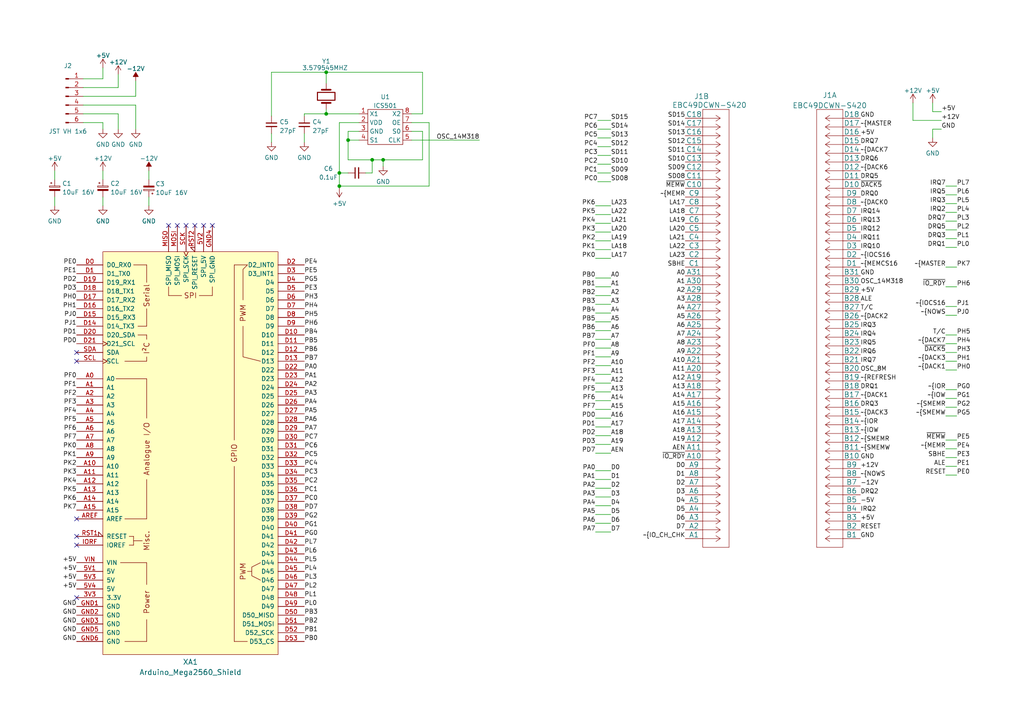
<source format=kicad_sch>
(kicad_sch (version 20211123) (generator eeschema)
  (paper "A4")
  (lib_symbols
    (symbol "Connector:Conn_01x06_Male" (pin_names (offset 1.016) hide)
      (property "Reference" "J" (at 0 7.62 0))
      (property "Value" "Conn_01x06_Male" (at 0 -10.16 0))
      (symbol "Conn_01x06_Male_1_1"
        (pin passive line (at 5.08 5.08 180) (length 3.81) (name "Pin_1") (number "1"))
        (pin passive line (at 5.08 2.54 180) (length 3.81) (name "Pin_2") (number "2"))
        (pin passive line (at 5.08 0 180) (length 3.81) (name "Pin_3") (number "3"))
        (pin passive line (at 5.08 -2.54 180) (length 3.81) (name "Pin_4") (number "4"))
        (pin passive line (at 5.08 -5.08 180) (length 3.81) (name "Pin_5") (number "5"))
        (pin passive line (at 5.08 -7.62 180) (length 3.81) (name "Pin_6") (number "6"))
      )
    )
    (symbol "Device:C_Polarized_Small" (pin_numbers hide) (pin_names (offset 0.254) hide)
      (property "Reference" "C" (at 0.254 1.778 0))
      (property "Value" "C_Polarized_Small" (at 0.254 -2.032 0))
      (symbol "C_Polarized_Small_1_1"
        (pin passive line (at 0 2.54 270) (length 1.8542) (name "~") (number "1"))
        (pin passive line (at 0 -2.54 90) (length 1.8542) (name "~") (number "2"))
      )
    )
    (symbol "Device:C_Small" (pin_numbers hide) (pin_names (offset 0.254) hide)
      (property "Reference" "C" (at 0.254 1.778 0))
      (property "Value" "C_Small" (at 0.254 -2.032 0))
      (symbol "C_Small_1_1"
        (pin passive line (at 0 2.54 270) (length 2.032) (name "~") (number "1"))
        (pin passive line (at 0 -2.54 90) (length 2.032) (name "~") (number "2"))
      )
    )
    (symbol "Device:Crystal" (pin_numbers hide) (pin_names (offset 1.016) hide)
      (property "Reference" "Y" (at 0 3.81 0))
      (property "Value" "Crystal" (at 0 -3.81 0))
      (symbol "Crystal_1_1"
        (pin passive line (at -3.81 0 0) (length 1.27) (name "1") (number "1"))
        (pin passive line (at 3.81 0 180) (length 1.27) (name "2") (number "2"))
      )
    )
    (symbol "EBC49DCWN-S420_1" (pin_numbers hide) (pin_names (offset 0))
      (property "Reference" "J" (at 8.89 6.35 0))
      (property "Value" "EBC49DCWN-S420_1" (at 6.35 8.89 0))
      (symbol "EBC49DCWN-S420_1_1_1"
        (pin unspecified line (at 0 0 0) (length 5.08) (name "D18") (number "1"))
        (pin unspecified line (at 0 -22.86 0) (length 5.08) (name "D9") (number "10"))
        (pin unspecified line (at 0 -25.4 0) (length 5.08) (name "D8") (number "11"))
        (pin unspecified line (at 0 -27.94 0) (length 5.08) (name "D7") (number "12"))
        (pin unspecified line (at 0 -30.48 0) (length 5.08) (name "D6") (number "13"))
        (pin unspecified line (at 0 -33.02 0) (length 5.08) (name "D5") (number "14"))
        (pin unspecified line (at 0 -35.56 0) (length 5.08) (name "D4") (number "15"))
        (pin unspecified line (at 0 -38.1 0) (length 5.08) (name "D3") (number "16"))
        (pin unspecified line (at 0 -40.64 0) (length 5.08) (name "D2") (number "17"))
        (pin unspecified line (at 0 -43.18 0) (length 5.08) (name "D1") (number "18"))
        (pin unspecified line (at 0 -45.72 0) (length 5.08) (name "B31") (number "19"))
        (pin unspecified line (at 0 -2.54 0) (length 5.08) (name "D17") (number "2"))
        (pin unspecified line (at 0 -48.26 0) (length 5.08) (name "B30") (number "20"))
        (pin unspecified line (at 0 -50.8 0) (length 5.08) (name "B29") (number "21"))
        (pin unspecified line (at 0 -53.34 0) (length 5.08) (name "B28") (number "22"))
        (pin unspecified line (at 0 -55.88 0) (length 5.08) (name "B27") (number "23"))
        (pin unspecified line (at 0 -58.42 0) (length 5.08) (name "B26") (number "24"))
        (pin unspecified line (at 0 -60.96 0) (length 5.08) (name "B25") (number "25"))
        (pin unspecified line (at 0 -63.5 0) (length 5.08) (name "B24") (number "26"))
        (pin unspecified line (at 0 -66.04 0) (length 5.08) (name "B23") (number "27"))
        (pin unspecified line (at 0 -68.58 0) (length 5.08) (name "B22") (number "28"))
        (pin unspecified line (at 0 -71.12 0) (length 5.08) (name "B21") (number "29"))
        (pin unspecified line (at 0 -5.08 0) (length 5.08) (name "D16") (number "3"))
        (pin unspecified line (at 0 -73.66 0) (length 5.08) (name "B20") (number "30"))
        (pin unspecified line (at 0 -76.2 0) (length 5.08) (name "B19") (number "31"))
        (pin unspecified line (at 0 -78.74 0) (length 5.08) (name "B18") (number "32"))
        (pin unspecified line (at 0 -81.28 0) (length 5.08) (name "B17") (number "33"))
        (pin unspecified line (at 0 -83.82 0) (length 5.08) (name "B16") (number "34"))
        (pin unspecified line (at 0 -86.36 0) (length 5.08) (name "B15") (number "35"))
        (pin unspecified line (at 0 -88.9 0) (length 5.08) (name "B14") (number "36"))
        (pin unspecified line (at 0 -91.44 0) (length 5.08) (name "B13") (number "37"))
        (pin unspecified line (at 0 -93.98 0) (length 5.08) (name "B12") (number "38"))
        (pin unspecified line (at 0 -96.52 0) (length 5.08) (name "B11") (number "39"))
        (pin unspecified line (at 0 -7.62 0) (length 5.08) (name "D15") (number "4"))
        (pin unspecified line (at 0 -99.06 0) (length 5.08) (name "B10") (number "40"))
        (pin unspecified line (at 0 -101.6 0) (length 5.08) (name "B9") (number "41"))
        (pin unspecified line (at 0 -104.14 0) (length 5.08) (name "B8") (number "42"))
        (pin unspecified line (at 0 -106.68 0) (length 5.08) (name "B7") (number "43"))
        (pin unspecified line (at 0 -109.22 0) (length 5.08) (name "B6") (number "44"))
        (pin unspecified line (at 0 -111.76 0) (length 5.08) (name "B5") (number "45"))
        (pin unspecified line (at 0 -114.3 0) (length 5.08) (name "B4") (number "46"))
        (pin unspecified line (at 0 -116.84 0) (length 5.08) (name "B3") (number "47"))
        (pin unspecified line (at 0 -119.38 0) (length 5.08) (name "B2") (number "48"))
        (pin unspecified line (at 0 -121.92 0) (length 5.08) (name "B1") (number "49"))
        (pin unspecified line (at 0 -10.16 0) (length 5.08) (name "D14") (number "5"))
        (pin unspecified line (at 0 -12.7 0) (length 5.08) (name "D13") (number "6"))
        (pin unspecified line (at 0 -15.24 0) (length 5.08) (name "D12") (number "7"))
        (pin unspecified line (at 0 -17.78 0) (length 5.08) (name "D11") (number "8"))
        (pin unspecified line (at 0 -20.32 0) (length 5.08) (name "D10") (number "9"))
      )
      (symbol "EBC49DCWN-S420_1_2_1"
        (pin unspecified line (at 0 0 0) (length 5.08) (name "C18") (number "50"))
        (pin unspecified line (at 0 -2.54 0) (length 5.08) (name "C17") (number "51"))
        (pin unspecified line (at 0 -5.08 0) (length 5.08) (name "C16") (number "52"))
        (pin unspecified line (at 0 -7.62 0) (length 5.08) (name "C15") (number "53"))
        (pin unspecified line (at 0 -10.16 0) (length 5.08) (name "C14") (number "54"))
        (pin unspecified line (at 0 -12.7 0) (length 5.08) (name "C13") (number "55"))
        (pin unspecified line (at 0 -15.24 0) (length 5.08) (name "C12") (number "56"))
        (pin unspecified line (at 0 -17.78 0) (length 5.08) (name "C11") (number "57"))
        (pin unspecified line (at 0 -20.32 0) (length 5.08) (name "C10") (number "58"))
        (pin unspecified line (at 0 -22.86 0) (length 5.08) (name "C9") (number "59"))
        (pin unspecified line (at 0 -25.4 0) (length 5.08) (name "C8") (number "60"))
        (pin unspecified line (at 0 -27.94 0) (length 5.08) (name "C7") (number "61"))
        (pin unspecified line (at 0 -30.48 0) (length 5.08) (name "C6") (number "62"))
        (pin unspecified line (at 0 -33.02 0) (length 5.08) (name "C5") (number "63"))
        (pin unspecified line (at 0 -35.56 0) (length 5.08) (name "C4") (number "64"))
        (pin unspecified line (at 0 -38.1 0) (length 5.08) (name "C3") (number "65"))
        (pin unspecified line (at 0 -40.64 0) (length 5.08) (name "C2") (number "66"))
        (pin unspecified line (at 0 -43.18 0) (length 5.08) (name "C1") (number "67"))
        (pin unspecified line (at 0 -45.72 0) (length 5.08) (name "A31") (number "68"))
        (pin unspecified line (at 0 -48.26 0) (length 5.08) (name "A30") (number "69"))
        (pin unspecified line (at 0 -50.8 0) (length 5.08) (name "A29") (number "70"))
        (pin unspecified line (at 0 -53.34 0) (length 5.08) (name "A28") (number "71"))
        (pin unspecified line (at 0 -55.88 0) (length 5.08) (name "A27") (number "72"))
        (pin unspecified line (at 0 -58.42 0) (length 5.08) (name "A26") (number "73"))
        (pin unspecified line (at 0 -60.96 0) (length 5.08) (name "A25") (number "74"))
        (pin unspecified line (at 0 -63.5 0) (length 5.08) (name "A24") (number "75"))
        (pin unspecified line (at 0 -66.04 0) (length 5.08) (name "A23") (number "76"))
        (pin unspecified line (at 0 -68.58 0) (length 5.08) (name "A22") (number "77"))
        (pin unspecified line (at 0 -71.12 0) (length 5.08) (name "A21") (number "78"))
        (pin unspecified line (at 0 -73.66 0) (length 5.08) (name "A20") (number "79"))
        (pin unspecified line (at 0 -76.2 0) (length 5.08) (name "A19") (number "80"))
        (pin unspecified line (at 0 -78.74 0) (length 5.08) (name "A18") (number "81"))
        (pin unspecified line (at 0 -81.28 0) (length 5.08) (name "A17") (number "82"))
        (pin unspecified line (at 0 -83.82 0) (length 5.08) (name "A16") (number "83"))
        (pin unspecified line (at 0 -86.36 0) (length 5.08) (name "A15") (number "84"))
        (pin unspecified line (at 0 -88.9 0) (length 5.08) (name "A14") (number "85"))
        (pin unspecified line (at 0 -91.44 0) (length 5.08) (name "A13") (number "86"))
        (pin unspecified line (at 0 -93.98 0) (length 5.08) (name "A12") (number "87"))
        (pin unspecified line (at 0 -96.52 0) (length 5.08) (name "A11") (number "88"))
        (pin unspecified line (at 0 -99.06 0) (length 5.08) (name "A10") (number "89"))
        (pin unspecified line (at 0 -101.6 0) (length 5.08) (name "A9") (number "90"))
        (pin unspecified line (at 0 -104.14 0) (length 5.08) (name "A8") (number "91"))
        (pin unspecified line (at 0 -106.68 0) (length 5.08) (name "A7") (number "92"))
        (pin unspecified line (at 0 -109.22 0) (length 5.08) (name "A6") (number "93"))
        (pin unspecified line (at 0 -111.76 0) (length 5.08) (name "A5") (number "94"))
        (pin unspecified line (at 0 -114.3 0) (length 5.08) (name "A4") (number "95"))
        (pin unspecified line (at 0 -116.84 0) (length 5.08) (name "A3") (number "96"))
        (pin unspecified line (at 0 -119.38 0) (length 5.08) (name "A2") (number "97"))
        (pin unspecified line (at 0 -121.92 0) (length 5.08) (name "A1") (number "98"))
      )
    )
    (symbol "PCM_arduino-library:Arduino_Mega2560_Shield" (pin_names (offset 1.016))
      (property "Reference" "XA" (at 0 -62.23 0))
      (property "Value" "Arduino_Mega2560_Shield" (at 0 -66.04 0))
      (symbol "Arduino_Mega2560_Shield_0_0"
        (text "Analogue I/O" (at -12.7 1.27 900) (effects (font (size 1.524 1.524))))
        (text "I²C" (at -12.7 30.48 900) (effects (font (size 1.524 1.524))))
        (text "Misc." (at -12.7 -25.4 900) (effects (font (size 1.524 1.524))))
        (text "Power" (at -12.7 -43.18 900) (effects (font (size 1.524 1.524))))
        (text "PWM" (at 15.24 -34.29 900) (effects (font (size 1.524 1.524))))
        (text "PWM" (at 15.24 40.64 900) (effects (font (size 1.524 1.524))))
        (text "Serial" (at -12.7 45.72 900) (effects (font (size 1.524 1.524))))
        (text "SPI" (at 0 45.72 0) (effects (font (size 1.524 1.524))))
      )
      (symbol "Arduino_Mega2560_Shield_1_0"
        (text "GPIO" (at 12.7 0 900) (effects (font (size 1.524 1.524))))
      )
      (symbol "Arduino_Mega2560_Shield_1_1"
        (pin power_out line (at -33.02 -41.91 0) (length 7.62) (name "3.3V") (number "3V3"))
        (pin power_in line (at -33.02 -34.29 0) (length 7.62) (name "5V") (number "5V1"))
        (pin power_in line (at 3.81 66.04 270) (length 7.62) (name "SPI_5V") (number "5V2"))
        (pin power_in line (at -33.02 -36.83 0) (length 7.62) (name "5V") (number "5V3"))
        (pin power_in line (at -33.02 -39.37 0) (length 7.62) (name "5V") (number "5V4"))
        (pin bidirectional line (at -33.02 21.59 0) (length 7.62) (name "A0") (number "A0"))
        (pin bidirectional line (at -33.02 19.05 0) (length 7.62) (name "A1") (number "A1"))
        (pin bidirectional line (at -33.02 -3.81 0) (length 7.62) (name "A10") (number "A10"))
        (pin bidirectional line (at -33.02 -6.35 0) (length 7.62) (name "A11") (number "A11"))
        (pin bidirectional line (at -33.02 -8.89 0) (length 7.62) (name "A12") (number "A12"))
        (pin bidirectional line (at -33.02 -11.43 0) (length 7.62) (name "A13") (number "A13"))
        (pin bidirectional line (at -33.02 -13.97 0) (length 7.62) (name "A14") (number "A14"))
        (pin bidirectional line (at -33.02 -16.51 0) (length 7.62) (name "A15") (number "A15"))
        (pin bidirectional line (at -33.02 16.51 0) (length 7.62) (name "A2") (number "A2"))
        (pin bidirectional line (at -33.02 13.97 0) (length 7.62) (name "A3") (number "A3"))
        (pin bidirectional line (at -33.02 11.43 0) (length 7.62) (name "A4") (number "A4"))
        (pin bidirectional line (at -33.02 8.89 0) (length 7.62) (name "A5") (number "A5"))
        (pin bidirectional line (at -33.02 6.35 0) (length 7.62) (name "A6") (number "A6"))
        (pin bidirectional line (at -33.02 3.81 0) (length 7.62) (name "A7") (number "A7"))
        (pin bidirectional line (at -33.02 1.27 0) (length 7.62) (name "A8") (number "A8"))
        (pin bidirectional line (at -33.02 -1.27 0) (length 7.62) (name "A9") (number "A9"))
        (pin input line (at -33.02 -19.05 0) (length 7.62) (name "AREF") (number "AREF"))
        (pin bidirectional line (at -33.02 54.61 0) (length 7.62) (name "D0_RX0") (number "D0"))
        (pin bidirectional line (at -33.02 52.07 0) (length 7.62) (name "D1_TX0") (number "D1"))
        (pin bidirectional line (at 33.02 34.29 180) (length 7.62) (name "D10") (number "D10"))
        (pin bidirectional line (at 33.02 31.75 180) (length 7.62) (name "D11") (number "D11"))
        (pin bidirectional line (at 33.02 29.21 180) (length 7.62) (name "D12") (number "D12"))
        (pin bidirectional line (at 33.02 26.67 180) (length 7.62) (name "D13") (number "D13"))
        (pin bidirectional line (at -33.02 36.83 0) (length 7.62) (name "D14_TX3") (number "D14"))
        (pin bidirectional line (at -33.02 39.37 0) (length 7.62) (name "D15_RX3") (number "D15"))
        (pin bidirectional line (at -33.02 41.91 0) (length 7.62) (name "D16_TX2") (number "D16"))
        (pin bidirectional line (at -33.02 44.45 0) (length 7.62) (name "D17_RX2") (number "D17"))
        (pin bidirectional line (at -33.02 46.99 0) (length 7.62) (name "D18_TX1") (number "D18"))
        (pin bidirectional line (at -33.02 49.53 0) (length 7.62) (name "D19_RX1") (number "D19"))
        (pin bidirectional line (at 33.02 54.61 180) (length 7.62) (name "D2_INT0") (number "D2"))
        (pin bidirectional line (at -33.02 34.29 0) (length 7.62) (name "D20_SDA") (number "D20"))
        (pin bidirectional clock (at -33.02 31.75 0) (length 7.62) (name "D21_SCL") (number "D21"))
        (pin bidirectional line (at 33.02 24.13 180) (length 7.62) (name "D22") (number "D22"))
        (pin bidirectional line (at 33.02 21.59 180) (length 7.62) (name "D23") (number "D23"))
        (pin bidirectional line (at 33.02 19.05 180) (length 7.62) (name "D24") (number "D24"))
        (pin bidirectional line (at 33.02 16.51 180) (length 7.62) (name "D25") (number "D25"))
        (pin bidirectional line (at 33.02 13.97 180) (length 7.62) (name "D26") (number "D26"))
        (pin bidirectional line (at 33.02 11.43 180) (length 7.62) (name "D27") (number "D27"))
        (pin bidirectional line (at 33.02 8.89 180) (length 7.62) (name "D28") (number "D28"))
        (pin bidirectional line (at 33.02 6.35 180) (length 7.62) (name "D29") (number "D29"))
        (pin bidirectional line (at 33.02 52.07 180) (length 7.62) (name "D3_INT1") (number "D3"))
        (pin bidirectional line (at 33.02 3.81 180) (length 7.62) (name "D30") (number "D30"))
        (pin bidirectional line (at 33.02 1.27 180) (length 7.62) (name "D31") (number "D31"))
        (pin bidirectional line (at 33.02 -1.27 180) (length 7.62) (name "D32") (number "D32"))
        (pin bidirectional line (at 33.02 -3.81 180) (length 7.62) (name "D33") (number "D33"))
        (pin bidirectional line (at 33.02 -6.35 180) (length 7.62) (name "D34") (number "D34"))
        (pin bidirectional line (at 33.02 -8.89 180) (length 7.62) (name "D35") (number "D35"))
        (pin bidirectional line (at 33.02 -11.43 180) (length 7.62) (name "D36") (number "D36"))
        (pin bidirectional line (at 33.02 -13.97 180) (length 7.62) (name "D37") (number "D37"))
        (pin bidirectional line (at 33.02 -16.51 180) (length 7.62) (name "D38") (number "D38"))
        (pin bidirectional line (at 33.02 -19.05 180) (length 7.62) (name "D39") (number "D39"))
        (pin bidirectional line (at 33.02 49.53 180) (length 7.62) (name "D4") (number "D4"))
        (pin bidirectional line (at 33.02 -21.59 180) (length 7.62) (name "D40") (number "D40"))
        (pin bidirectional line (at 33.02 -24.13 180) (length 7.62) (name "D41") (number "D41"))
        (pin bidirectional line (at 33.02 -26.67 180) (length 7.62) (name "D42") (number "D42"))
        (pin bidirectional line (at 33.02 -29.21 180) (length 7.62) (name "D43") (number "D43"))
        (pin bidirectional line (at 33.02 -31.75 180) (length 7.62) (name "D44") (number "D44"))
        (pin bidirectional line (at 33.02 -34.29 180) (length 7.62) (name "D45") (number "D45"))
        (pin bidirectional line (at 33.02 -36.83 180) (length 7.62) (name "D46") (number "D46"))
        (pin bidirectional line (at 33.02 -39.37 180) (length 7.62) (name "D47") (number "D47"))
        (pin bidirectional line (at 33.02 -41.91 180) (length 7.62) (name "D48") (number "D48"))
        (pin bidirectional line (at 33.02 -44.45 180) (length 7.62) (name "D49") (number "D49"))
        (pin bidirectional line (at 33.02 46.99 180) (length 7.62) (name "D5") (number "D5"))
        (pin bidirectional line (at 33.02 -46.99 180) (length 7.62) (name "D50_MISO") (number "D50"))
        (pin bidirectional line (at 33.02 -49.53 180) (length 7.62) (name "D51_MOSI") (number "D51"))
        (pin bidirectional line (at 33.02 -52.07 180) (length 7.62) (name "D52_SCK") (number "D52"))
        (pin bidirectional line (at 33.02 -54.61 180) (length 7.62) (name "D53_CS") (number "D53"))
        (pin bidirectional line (at 33.02 44.45 180) (length 7.62) (name "D6") (number "D6"))
        (pin bidirectional line (at 33.02 41.91 180) (length 7.62) (name "D7") (number "D7"))
        (pin bidirectional line (at 33.02 39.37 180) (length 7.62) (name "D8") (number "D8"))
        (pin bidirectional line (at 33.02 36.83 180) (length 7.62) (name "D9") (number "D9"))
        (pin power_in line (at -33.02 -44.45 0) (length 7.62) (name "GND") (number "GND1"))
        (pin power_in line (at -33.02 -46.99 0) (length 7.62) (name "GND") (number "GND2"))
        (pin power_in line (at -33.02 -49.53 0) (length 7.62) (name "GND") (number "GND3"))
        (pin power_in line (at 6.35 66.04 270) (length 7.62) (name "SPI_GND") (number "GND4"))
        (pin power_in line (at -33.02 -52.07 0) (length 7.62) (name "GND") (number "GND5"))
        (pin power_in line (at -33.02 -54.61 0) (length 7.62) (name "GND") (number "GND6"))
        (pin output line (at -33.02 -26.67 0) (length 7.62) (name "IOREF") (number "IORF"))
        (pin input line (at -6.35 66.04 270) (length 7.62) (name "SPI_MISO") (number "MISO"))
        (pin output line (at -3.81 66.04 270) (length 7.62) (name "SPI_MOSI") (number "MOSI"))
        (pin open_collector input_low (at -33.02 -24.13 0) (length 7.62) (name "RESET") (number "RST1"))
        (pin open_collector input_low (at 1.27 66.04 270) (length 7.62) (name "SPI_RESET") (number "RST2"))
        (pin output clock (at -1.27 66.04 270) (length 7.62) (name "SPI_SCK") (number "SCK"))
        (pin bidirectional clock (at -33.02 26.67 0) (length 7.62) (name "SCL") (number "SCL"))
        (pin bidirectional line (at -33.02 29.21 0) (length 7.62) (name "SDA") (number "SDA"))
        (pin power_in line (at -33.02 -31.75 0) (length 7.62) (name "VIN") (number "VIN"))
      )
    )
    (symbol "arduino-mega-isa-shield:EBC49DCWN-S420" (pin_numbers hide) (pin_names (offset 0))
      (property "Reference" "J" (at 8.89 6.35 0))
      (property "Value" "EBC49DCWN-S420" (at 6.35 8.89 0))
      (symbol "EBC49DCWN-S420_1_1"
        (pin unspecified line (at 0 0 0) (length 5.08) (name "D18") (number "1"))
        (pin unspecified line (at 0 -22.86 0) (length 5.08) (name "D9") (number "10"))
        (pin unspecified line (at 0 -25.4 0) (length 5.08) (name "D8") (number "11"))
        (pin unspecified line (at 0 -27.94 0) (length 5.08) (name "D7") (number "12"))
        (pin unspecified line (at 0 -30.48 0) (length 5.08) (name "D6") (number "13"))
        (pin unspecified line (at 0 -33.02 0) (length 5.08) (name "D5") (number "14"))
        (pin unspecified line (at 0 -35.56 0) (length 5.08) (name "D4") (number "15"))
        (pin unspecified line (at 0 -38.1 0) (length 5.08) (name "D3") (number "16"))
        (pin unspecified line (at 0 -40.64 0) (length 5.08) (name "D2") (number "17"))
        (pin unspecified line (at 0 -43.18 0) (length 5.08) (name "D1") (number "18"))
        (pin unspecified line (at 0 -45.72 0) (length 5.08) (name "B31") (number "19"))
        (pin unspecified line (at 0 -2.54 0) (length 5.08) (name "D17") (number "2"))
        (pin unspecified line (at 0 -48.26 0) (length 5.08) (name "B30") (number "20"))
        (pin unspecified line (at 0 -50.8 0) (length 5.08) (name "B29") (number "21"))
        (pin unspecified line (at 0 -53.34 0) (length 5.08) (name "B28") (number "22"))
        (pin unspecified line (at 0 -55.88 0) (length 5.08) (name "B27") (number "23"))
        (pin unspecified line (at 0 -58.42 0) (length 5.08) (name "B26") (number "24"))
        (pin unspecified line (at 0 -60.96 0) (length 5.08) (name "B25") (number "25"))
        (pin unspecified line (at 0 -63.5 0) (length 5.08) (name "B24") (number "26"))
        (pin unspecified line (at 0 -66.04 0) (length 5.08) (name "B23") (number "27"))
        (pin unspecified line (at 0 -68.58 0) (length 5.08) (name "B22") (number "28"))
        (pin unspecified line (at 0 -71.12 0) (length 5.08) (name "B21") (number "29"))
        (pin unspecified line (at 0 -5.08 0) (length 5.08) (name "D16") (number "3"))
        (pin unspecified line (at 0 -73.66 0) (length 5.08) (name "B20") (number "30"))
        (pin unspecified line (at 0 -76.2 0) (length 5.08) (name "B19") (number "31"))
        (pin unspecified line (at 0 -78.74 0) (length 5.08) (name "B18") (number "32"))
        (pin unspecified line (at 0 -81.28 0) (length 5.08) (name "B17") (number "33"))
        (pin unspecified line (at 0 -83.82 0) (length 5.08) (name "B16") (number "34"))
        (pin unspecified line (at 0 -86.36 0) (length 5.08) (name "B15") (number "35"))
        (pin unspecified line (at 0 -88.9 0) (length 5.08) (name "B14") (number "36"))
        (pin unspecified line (at 0 -91.44 0) (length 5.08) (name "B13") (number "37"))
        (pin unspecified line (at 0 -93.98 0) (length 5.08) (name "B12") (number "38"))
        (pin unspecified line (at 0 -96.52 0) (length 5.08) (name "B11") (number "39"))
        (pin unspecified line (at 0 -7.62 0) (length 5.08) (name "D15") (number "4"))
        (pin unspecified line (at 0 -99.06 0) (length 5.08) (name "B10") (number "40"))
        (pin unspecified line (at 0 -101.6 0) (length 5.08) (name "B9") (number "41"))
        (pin unspecified line (at 0 -104.14 0) (length 5.08) (name "B8") (number "42"))
        (pin unspecified line (at 0 -106.68 0) (length 5.08) (name "B7") (number "43"))
        (pin unspecified line (at 0 -109.22 0) (length 5.08) (name "B6") (number "44"))
        (pin unspecified line (at 0 -111.76 0) (length 5.08) (name "B5") (number "45"))
        (pin unspecified line (at 0 -114.3 0) (length 5.08) (name "B4") (number "46"))
        (pin unspecified line (at 0 -116.84 0) (length 5.08) (name "B3") (number "47"))
        (pin unspecified line (at 0 -119.38 0) (length 5.08) (name "B2") (number "48"))
        (pin unspecified line (at 0 -121.92 0) (length 5.08) (name "B1") (number "49"))
        (pin unspecified line (at 0 -10.16 0) (length 5.08) (name "D14") (number "5"))
        (pin unspecified line (at 0 -12.7 0) (length 5.08) (name "D13") (number "6"))
        (pin unspecified line (at 0 -15.24 0) (length 5.08) (name "D12") (number "7"))
        (pin unspecified line (at 0 -17.78 0) (length 5.08) (name "D11") (number "8"))
        (pin unspecified line (at 0 -20.32 0) (length 5.08) (name "D10") (number "9"))
      )
      (symbol "EBC49DCWN-S420_2_1"
        (pin unspecified line (at 0 0 0) (length 5.08) (name "C18") (number "50"))
        (pin unspecified line (at 0 -2.54 0) (length 5.08) (name "C17") (number "51"))
        (pin unspecified line (at 0 -5.08 0) (length 5.08) (name "C16") (number "52"))
        (pin unspecified line (at 0 -7.62 0) (length 5.08) (name "C15") (number "53"))
        (pin unspecified line (at 0 -10.16 0) (length 5.08) (name "C14") (number "54"))
        (pin unspecified line (at 0 -12.7 0) (length 5.08) (name "C13") (number "55"))
        (pin unspecified line (at 0 -15.24 0) (length 5.08) (name "C12") (number "56"))
        (pin unspecified line (at 0 -17.78 0) (length 5.08) (name "C11") (number "57"))
        (pin unspecified line (at 0 -20.32 0) (length 5.08) (name "C10") (number "58"))
        (pin unspecified line (at 0 -22.86 0) (length 5.08) (name "C9") (number "59"))
        (pin unspecified line (at 0 -25.4 0) (length 5.08) (name "C8") (number "60"))
        (pin unspecified line (at 0 -27.94 0) (length 5.08) (name "C7") (number "61"))
        (pin unspecified line (at 0 -30.48 0) (length 5.08) (name "C6") (number "62"))
        (pin unspecified line (at 0 -33.02 0) (length 5.08) (name "C5") (number "63"))
        (pin unspecified line (at 0 -35.56 0) (length 5.08) (name "C4") (number "64"))
        (pin unspecified line (at 0 -38.1 0) (length 5.08) (name "C3") (number "65"))
        (pin unspecified line (at 0 -40.64 0) (length 5.08) (name "C2") (number "66"))
        (pin unspecified line (at 0 -43.18 0) (length 5.08) (name "C1") (number "67"))
        (pin unspecified line (at 0 -45.72 0) (length 5.08) (name "A31") (number "68"))
        (pin unspecified line (at 0 -48.26 0) (length 5.08) (name "A30") (number "69"))
        (pin unspecified line (at 0 -50.8 0) (length 5.08) (name "A29") (number "70"))
        (pin unspecified line (at 0 -53.34 0) (length 5.08) (name "A28") (number "71"))
        (pin unspecified line (at 0 -55.88 0) (length 5.08) (name "A27") (number "72"))
        (pin unspecified line (at 0 -58.42 0) (length 5.08) (name "A26") (number "73"))
        (pin unspecified line (at 0 -60.96 0) (length 5.08) (name "A25") (number "74"))
        (pin unspecified line (at 0 -63.5 0) (length 5.08) (name "A24") (number "75"))
        (pin unspecified line (at 0 -66.04 0) (length 5.08) (name "A23") (number "76"))
        (pin unspecified line (at 0 -68.58 0) (length 5.08) (name "A22") (number "77"))
        (pin unspecified line (at 0 -71.12 0) (length 5.08) (name "A21") (number "78"))
        (pin unspecified line (at 0 -73.66 0) (length 5.08) (name "A20") (number "79"))
        (pin unspecified line (at 0 -76.2 0) (length 5.08) (name "A19") (number "80"))
        (pin unspecified line (at 0 -78.74 0) (length 5.08) (name "A18") (number "81"))
        (pin unspecified line (at 0 -81.28 0) (length 5.08) (name "A17") (number "82"))
        (pin unspecified line (at 0 -83.82 0) (length 5.08) (name "A16") (number "83"))
        (pin unspecified line (at 0 -86.36 0) (length 5.08) (name "A15") (number "84"))
        (pin unspecified line (at 0 -88.9 0) (length 5.08) (name "A14") (number "85"))
        (pin unspecified line (at 0 -91.44 0) (length 5.08) (name "A13") (number "86"))
        (pin unspecified line (at 0 -93.98 0) (length 5.08) (name "A12") (number "87"))
        (pin unspecified line (at 0 -96.52 0) (length 5.08) (name "A11") (number "88"))
        (pin unspecified line (at 0 -99.06 0) (length 5.08) (name "A10") (number "89"))
        (pin unspecified line (at 0 -101.6 0) (length 5.08) (name "A9") (number "90"))
        (pin unspecified line (at 0 -104.14 0) (length 5.08) (name "A8") (number "91"))
        (pin unspecified line (at 0 -106.68 0) (length 5.08) (name "A7") (number "92"))
        (pin unspecified line (at 0 -109.22 0) (length 5.08) (name "A6") (number "93"))
        (pin unspecified line (at 0 -111.76 0) (length 5.08) (name "A5") (number "94"))
        (pin unspecified line (at 0 -114.3 0) (length 5.08) (name "A4") (number "95"))
        (pin unspecified line (at 0 -116.84 0) (length 5.08) (name "A3") (number "96"))
        (pin unspecified line (at 0 -119.38 0) (length 5.08) (name "A2") (number "97"))
        (pin unspecified line (at 0 -121.92 0) (length 5.08) (name "A1") (number "98"))
      )
    )
    (symbol "arduino-mega-isa-shield:ICS501"
      (property "Reference" "U" (at 0 2.54 0))
      (property "Value" "ICS501" (at 0 0 0))
      (symbol "ICS501_0_0"
        (pin unspecified line (at -7.62 -2.54 0) (length 2.54) (name "X1") (number "1"))
        (pin power_in line (at -7.62 -5.08 0) (length 2.54) (name "VDD") (number "2"))
        (pin power_in line (at -7.62 -7.62 0) (length 2.54) (name "GND") (number "3"))
        (pin input line (at -7.62 -10.16 0) (length 2.54) (name "S1") (number "4"))
        (pin output line (at 7.62 -10.16 180) (length 2.54) (name "CLK") (number "5"))
        (pin input line (at 7.62 -7.62 180) (length 2.54) (name "S0") (number "6"))
        (pin input line (at 7.62 -5.08 180) (length 2.54) (name "OE") (number "7"))
        (pin unspecified line (at 7.62 -2.54 180) (length 2.54) (name "X2") (number "8"))
      )
    )
    (symbol "power:+12V" (power) (pin_names (offset 0))
      (property "Value" "+12V" (at 0 3.556 0))
      (symbol "+12V_1_1"
        (pin power_in line (at 0 0 90) (length 0) hide (name "+12V") (number "1"))
      )
    )
    (symbol "power:+5V" (power) (pin_names (offset 0))
      (property "Value" "+5V" (at 0 3.556 0))
      (symbol "+5V_1_1"
        (pin power_in line (at 0 0 90) (length 0) hide (name "+5V") (number "1"))
      )
    )
    (symbol "power:-12V" (power) (pin_names (offset 0))
      (property "Value" "-12V" (at 0 3.81 0))
      (symbol "-12V_0_0"
        (pin power_in line (at 0 0 90) (length 0) hide (name "-12V") (number "1"))
      )
    )
    (symbol "power:GND" (power) (pin_names (offset 0))
      (property "Value" "GND" (at 0 -3.81 0))
      (symbol "GND_1_1"
        (pin power_in line (at 0 0 270) (length 0) hide (name "GND") (number "1"))
      )
    )
  )
  (junction (at 94.615 20.955))
  (junction (at 94.615 33.02))
  (junction (at 98.425 53.975))
  (junction (at 107.95 46.355))
  (junction (at 111.125 46.355))
  (junction (at 98.425 50.165))
  (junction (at 100.965 40.64))
  (no_connect (at 61.595 65.405))
  (no_connect (at 22.225 150.495))
  (no_connect (at 22.225 102.235))
  (no_connect (at 22.225 155.575))
  (no_connect (at 59.055 65.405))
  (no_connect (at 48.895 65.405))
  (no_connect (at 22.225 104.775))
  (no_connect (at 53.975 65.405))
  (no_connect (at 51.435 65.405))
  (no_connect (at 56.515 65.405))
  (no_connect (at 22.225 158.115))
  (no_connect (at 22.225 173.355))
  (wire (pts (xy 274.32 127.635) (xy 277.495 127.635)))
  (wire (pts (xy 88.265 38.735) (xy 88.265 41.275)))
  (wire (pts (xy 98.425 35.56) (xy 98.425 50.165)))
  (wire (pts (xy 173.355 52.705) (xy 177.165 52.705)))
  (wire (pts (xy 119.38 38.1) (xy 122.555 38.1)))
  (wire (pts (xy 274.32 56.515) (xy 277.495 56.515)))
  (wire (pts (xy 172.72 121.285) (xy 177.165 121.285)))
  (wire (pts (xy 122.555 33.02) (xy 122.555 20.955)))
  (wire (pts (xy 172.72 144.145) (xy 177.165 144.145)))
  (wire (pts (xy 172.72 59.69) (xy 177.165 59.69)))
  (wire (pts (xy 173.355 50.165) (xy 177.165 50.165)))
  (wire (pts (xy 172.72 108.585) (xy 177.165 108.585)))
  (wire (pts (xy 274.32 91.44) (xy 277.495 91.44)))
  (wire (pts (xy 274.32 61.595) (xy 277.495 61.595)))
  (wire (pts (xy 172.72 85.725) (xy 177.165 85.725)))
  (wire (pts (xy 106.045 50.165) (xy 107.95 50.165)))
  (wire (pts (xy 274.32 77.47) (xy 277.495 77.47)))
  (wire (pts (xy 43.18 57.15) (xy 43.18 59.69)))
  (wire (pts (xy 98.425 53.975) (xy 98.425 54.61)))
  (wire (pts (xy 172.72 136.525) (xy 177.165 136.525)))
  (wire (pts (xy 100.965 38.1) (xy 100.965 40.64)))
  (wire (pts (xy 173.355 45.085) (xy 177.165 45.085)))
  (wire (pts (xy 29.845 49.53) (xy 29.845 52.07)))
  (wire (pts (xy 172.72 111.125) (xy 177.165 111.125)))
  (wire (pts (xy 274.32 53.975) (xy 277.495 53.975)))
  (wire (pts (xy 94.615 33.02) (xy 88.265 33.02)))
  (wire (pts (xy 172.72 141.605) (xy 177.165 141.605)))
  (wire (pts (xy 43.18 49.53) (xy 43.18 52.07)))
  (wire (pts (xy 88.265 33.02) (xy 88.265 33.655)))
  (wire (pts (xy 98.425 50.165) (xy 98.425 53.975)))
  (wire (pts (xy 173.355 40.005) (xy 177.165 40.005)))
  (wire (pts (xy 274.32 71.755) (xy 277.495 71.755)))
  (wire (pts (xy 274.32 107.315) (xy 277.495 107.315)))
  (wire (pts (xy 94.615 31.75) (xy 94.615 33.02)))
  (wire (pts (xy 172.72 95.885) (xy 177.165 95.885)))
  (wire (pts (xy 119.38 40.64) (xy 139.065 40.64)))
  (wire (pts (xy 173.355 37.465) (xy 177.165 37.465)))
  (wire (pts (xy 107.95 50.165) (xy 107.95 46.355)))
  (wire (pts (xy 39.37 30.48) (xy 39.37 37.465)))
  (wire (pts (xy 172.72 151.765) (xy 177.165 151.765)))
  (wire (pts (xy 172.72 67.31) (xy 177.165 67.31)))
  (wire (pts (xy 122.555 20.955) (xy 94.615 20.955)))
  (wire (pts (xy 274.32 120.65) (xy 277.495 120.65)))
  (wire (pts (xy 94.615 33.02) (xy 104.14 33.02)))
  (wire (pts (xy 34.29 21.59) (xy 34.29 25.4)))
  (wire (pts (xy 24.13 35.56) (xy 29.845 35.56)))
  (wire (pts (xy 100.965 40.64) (xy 100.965 46.355)))
  (wire (pts (xy 29.845 35.56) (xy 29.845 37.465)))
  (wire (pts (xy 274.32 69.215) (xy 277.495 69.215)))
  (wire (pts (xy 172.72 116.205) (xy 177.165 116.205)))
  (wire (pts (xy 172.72 64.77) (xy 177.165 64.77)))
  (wire (pts (xy 172.72 88.265) (xy 177.165 88.265)))
  (wire (pts (xy 172.72 74.93) (xy 177.165 74.93)))
  (wire (pts (xy 29.845 57.15) (xy 29.845 59.69)))
  (wire (pts (xy 172.72 126.365) (xy 177.165 126.365)))
  (wire (pts (xy 173.355 47.625) (xy 177.165 47.625)))
  (wire (pts (xy 172.72 69.85) (xy 177.165 69.85)))
  (wire (pts (xy 172.72 103.505) (xy 177.165 103.505)))
  (wire (pts (xy 274.32 64.135) (xy 277.495 64.135)))
  (wire (pts (xy 274.32 135.255) (xy 277.495 135.255)))
  (wire (pts (xy 172.72 72.39) (xy 177.165 72.39)))
  (wire (pts (xy 15.875 49.53) (xy 15.875 52.07)))
  (wire (pts (xy 172.72 139.065) (xy 177.165 139.065)))
  (wire (pts (xy 172.72 62.23) (xy 177.165 62.23)))
  (wire (pts (xy 172.72 154.305) (xy 177.165 154.305)))
  (wire (pts (xy 273.05 34.925) (xy 264.795 34.925)))
  (wire (pts (xy 274.32 102.235) (xy 277.495 102.235)))
  (wire (pts (xy 24.13 30.48) (xy 39.37 30.48)))
  (wire (pts (xy 274.32 99.695) (xy 277.495 99.695)))
  (wire (pts (xy 78.74 33.655) (xy 78.74 20.955)))
  (wire (pts (xy 173.355 34.925) (xy 177.165 34.925)))
  (wire (pts (xy 274.32 118.11) (xy 277.495 118.11)))
  (wire (pts (xy 172.72 90.805) (xy 177.165 90.805)))
  (wire (pts (xy 78.74 38.735) (xy 78.74 41.275)))
  (wire (pts (xy 273.05 37.465) (xy 270.51 37.465)))
  (wire (pts (xy 274.32 97.155) (xy 277.495 97.155)))
  (wire (pts (xy 274.32 104.775) (xy 277.495 104.775)))
  (wire (pts (xy 172.72 83.185) (xy 177.165 83.185)))
  (wire (pts (xy 94.615 20.955) (xy 94.615 24.13)))
  (wire (pts (xy 98.425 50.165) (xy 100.965 50.165)))
  (wire (pts (xy 119.38 35.56) (xy 124.46 35.56)))
  (wire (pts (xy 24.13 22.86) (xy 29.845 22.86)))
  (wire (pts (xy 172.72 146.685) (xy 177.165 146.685)))
  (wire (pts (xy 274.32 113.03) (xy 277.495 113.03)))
  (wire (pts (xy 29.845 19.685) (xy 29.845 22.86)))
  (wire (pts (xy 15.875 57.15) (xy 15.875 59.69)))
  (wire (pts (xy 172.72 128.905) (xy 177.165 128.905)))
  (wire (pts (xy 172.72 100.965) (xy 177.165 100.965)))
  (wire (pts (xy 172.72 98.425) (xy 177.165 98.425)))
  (wire (pts (xy 274.32 130.175) (xy 277.495 130.175)))
  (wire (pts (xy 111.125 46.355) (xy 111.125 48.26)))
  (wire (pts (xy 104.14 40.64) (xy 100.965 40.64)))
  (wire (pts (xy 124.46 53.975) (xy 98.425 53.975)))
  (wire (pts (xy 24.13 33.02) (xy 34.29 33.02)))
  (wire (pts (xy 274.32 66.675) (xy 277.495 66.675)))
  (wire (pts (xy 274.32 83.185) (xy 277.495 83.185)))
  (wire (pts (xy 39.37 23.495) (xy 39.37 27.94)))
  (wire (pts (xy 172.72 106.045) (xy 177.165 106.045)))
  (wire (pts (xy 104.14 35.56) (xy 98.425 35.56)))
  (wire (pts (xy 24.13 25.4) (xy 34.29 25.4)))
  (wire (pts (xy 107.95 46.355) (xy 111.125 46.355)))
  (wire (pts (xy 273.05 32.385) (xy 270.51 32.385)))
  (wire (pts (xy 172.72 131.445) (xy 177.165 131.445)))
  (wire (pts (xy 172.72 149.225) (xy 177.165 149.225)))
  (wire (pts (xy 270.51 37.465) (xy 270.51 40.005)))
  (wire (pts (xy 172.72 80.645) (xy 177.165 80.645)))
  (wire (pts (xy 274.32 115.57) (xy 277.495 115.57)))
  (wire (pts (xy 264.795 34.925) (xy 264.795 29.845)))
  (wire (pts (xy 172.72 123.825) (xy 177.165 123.825)))
  (wire (pts (xy 119.38 33.02) (xy 122.555 33.02)))
  (wire (pts (xy 274.32 59.055) (xy 277.495 59.055)))
  (wire (pts (xy 274.32 132.715) (xy 277.495 132.715)))
  (wire (pts (xy 122.555 38.1) (xy 122.555 46.355)))
  (wire (pts (xy 24.13 27.94) (xy 39.37 27.94)))
  (wire (pts (xy 274.32 137.795) (xy 277.495 137.795)))
  (wire (pts (xy 111.125 46.355) (xy 122.555 46.355)))
  (wire (pts (xy 34.29 33.02) (xy 34.29 37.465)))
  (wire (pts (xy 104.14 38.1) (xy 100.965 38.1)))
  (wire (pts (xy 270.51 32.385) (xy 270.51 29.845)))
  (wire (pts (xy 173.355 42.545) (xy 177.165 42.545)))
  (wire (pts (xy 100.965 46.355) (xy 107.95 46.355)))
  (wire (pts (xy 172.72 93.345) (xy 177.165 93.345)))
  (wire (pts (xy 78.74 20.955) (xy 94.615 20.955)))
  (wire (pts (xy 274.32 88.9) (xy 277.495 88.9)))
  (wire (pts (xy 172.72 113.665) (xy 177.165 113.665)))
  (wire (pts (xy 172.72 118.745) (xy 177.165 118.745)))
  (wire (pts (xy 124.46 35.56) (xy 124.46 53.975)))
  (label "SD13" (at 198.755 39.37 180))
  (label "PE4" (at 88.265 76.835 0))
  (label "D5" (at 177.165 149.225 0))
  (label "PL1" (at 277.495 69.215 0))
  (label "AEN" (at 177.165 131.445 0))
  (label "+5V" (at 22.225 165.735 180))
  (label "~{DACK1" (at 249.555 115.57 0))
  (label "IRQ10" (at 249.555 72.39 0))
  (label "~{SMEMW" (at 249.555 130.81 0))
  (label "PL5" (at 88.265 163.195 0))
  (label "A7" (at 177.165 98.425 0))
  (label "PD3" (at 22.225 84.455 180))
  (label "PL4" (at 88.265 165.735 0))
  (label "DRQ0" (at 249.555 57.15 0))
  (label "PF1" (at 22.225 112.395 180))
  (label "A18" (at 198.755 125.73 180))
  (label "PK6" (at 172.72 59.69 180))
  (label "D7" (at 177.165 154.305 0))
  (label "PE4" (at 277.495 130.175 0))
  (label "PH1" (at 277.495 104.775 0))
  (label "~{IOR" (at 274.32 113.03 180))
  (label "PD7" (at 88.265 147.955 0))
  (label "PA2" (at 88.265 112.395 0))
  (label "PB0" (at 172.72 80.645 180))
  (label "~{MEMR" (at 198.755 57.15 180))
  (label "~{IO_CH_CHK" (at 198.755 156.21 180))
  (label "PD3" (at 172.72 128.905 180))
  (label "IRQ6" (at 249.555 102.87 0))
  (label "GND" (at 22.225 183.515 180))
  (label "LA17" (at 198.755 59.69 180))
  (label "PL2" (at 277.495 66.675 0))
  (label "LA23" (at 177.165 59.69 0))
  (label "PL3" (at 88.265 168.275 0))
  (label "D6" (at 198.755 151.13 180))
  (label "A8" (at 177.165 100.965 0))
  (label "SD12" (at 177.165 42.545 0))
  (label "PE0" (at 22.225 76.835 180))
  (label "PB3" (at 88.265 178.435 0))
  (label "PG0" (at 88.265 155.575 0))
  (label "~{IOW" (at 249.555 125.73 0))
  (label "~{IOW" (at 274.32 115.57 180))
  (label "PB7" (at 172.72 98.425 180))
  (label "A19" (at 198.755 128.27 180))
  (label "PC3" (at 173.355 45.085 180))
  (label "A13" (at 177.165 113.665 0))
  (label "PB7" (at 88.265 104.775 0))
  (label "IRQ3" (at 274.32 59.055 180))
  (label "~{SMEMW" (at 274.32 120.65 180))
  (label "A4" (at 177.165 90.805 0))
  (label "PL2" (at 88.265 170.815 0))
  (label "A6" (at 198.755 95.25 180))
  (label "D2" (at 198.755 140.97 180))
  (label "DRQ1" (at 274.32 71.755 180))
  (label "A13" (at 198.755 113.03 180))
  (label "~{DACK0" (at 249.555 59.69 0))
  (label "A12" (at 177.165 111.125 0))
  (label "PH3" (at 88.265 86.995 0))
  (label "PG2" (at 277.495 118.11 0))
  (label "DRQ6" (at 249.555 46.99 0))
  (label "PG5" (at 277.495 120.65 0))
  (label "OSC_14M318" (at 139.065 40.64 180))
  (label "IRQ12" (at 249.555 67.31 0))
  (label "A9" (at 177.165 103.505 0))
  (label "~{DACK5}" (at 274.32 102.235 180))
  (label "PA1" (at 88.265 109.855 0))
  (label "PB3" (at 172.72 88.265 180))
  (label "PD2" (at 22.225 81.915 180))
  (label "PJ1" (at 277.495 88.9 0))
  (label "~{DACK7" (at 249.555 44.45 0))
  (label "PF4" (at 172.72 111.125 180))
  (label "SD15" (at 198.755 34.29 180))
  (label "SD08" (at 177.165 52.705 0))
  (label "PA5" (at 88.265 120.015 0))
  (label "PG2" (at 88.265 150.495 0))
  (label "PD2" (at 172.72 126.365 180))
  (label "PA5" (at 172.72 149.225 180))
  (label "PH5" (at 277.495 97.155 0))
  (label "PF2" (at 22.225 114.935 180))
  (label "D6" (at 177.165 151.765 0))
  (label "IRQ3" (at 249.555 95.25 0))
  (label "SD10" (at 198.755 46.99 180))
  (label "PA6" (at 88.265 122.555 0))
  (label "PE5" (at 277.495 127.635 0))
  (label "PK6" (at 22.225 145.415 180))
  (label "~{IO_RDY}" (at 198.755 133.35 180))
  (label "IRQ11" (at 249.555 69.85 0))
  (label "IRQ5" (at 274.32 56.515 180))
  (label "PC6" (at 88.265 130.175 0))
  (label "RESET" (at 249.555 153.67 0))
  (label "PK1" (at 172.72 72.39 180))
  (label "~{DACK1" (at 274.32 107.315 180))
  (label "PL4" (at 277.495 61.595 0))
  (label "SD15" (at 177.165 34.925 0))
  (label "PC4" (at 88.265 135.255 0))
  (label "PA3" (at 88.265 114.935 0))
  (label "PK0" (at 22.225 130.175 180))
  (label "A2" (at 177.165 85.725 0))
  (label "PF6" (at 172.72 116.205 180))
  (label "PH5" (at 88.265 92.075 0))
  (label "PB1" (at 172.72 83.185 180))
  (label "PB1" (at 88.265 183.515 0))
  (label "PL7" (at 277.495 53.975 0))
  (label "SD10" (at 177.165 47.625 0))
  (label "A1" (at 177.165 83.185 0))
  (label "SD09" (at 177.165 50.165 0))
  (label "+12V" (at 249.555 135.89 0))
  (label "PF5" (at 172.72 113.665 180))
  (label "LA19" (at 177.165 69.85 0))
  (label "D3" (at 177.165 144.145 0))
  (label "GND" (at 22.225 175.895 180))
  (label "PK2" (at 172.72 69.85 180))
  (label "PH1" (at 22.225 89.535 180))
  (label "A3" (at 198.755 87.63 180))
  (label "LA22" (at 177.165 62.23 0))
  (label "~{MASTER" (at 274.32 77.47 180))
  (label "ALE" (at 249.555 87.63 0))
  (label "PA7" (at 88.265 125.095 0))
  (label "PC3" (at 88.265 137.795 0))
  (label "~{DACK6" (at 249.555 49.53 0))
  (label "SBHE" (at 198.755 77.47 180))
  (label "PE5" (at 88.265 79.375 0))
  (label "PB4" (at 172.72 90.805 180))
  (label "PL6" (at 277.495 56.515 0))
  (label "SD14" (at 177.165 37.465 0))
  (label "PH4" (at 88.265 89.535 0))
  (label "PK3" (at 22.225 137.795 180))
  (label "PD0" (at 172.72 121.285 180))
  (label "A11" (at 177.165 108.585 0))
  (label "IRQ2" (at 249.555 148.59 0))
  (label "DRQ5" (at 274.32 66.675 180))
  (label "GND" (at 22.225 180.975 180))
  (label "D0" (at 177.165 136.525 0))
  (label "-5V" (at 249.555 146.05 0))
  (label "GND" (at 22.225 186.055 180))
  (label "~{MASTER" (at 249.555 36.83 0))
  (label "~{REFRESH" (at 249.555 110.49 0))
  (label "PC2" (at 88.265 140.335 0))
  (label "PL0" (at 88.265 175.895 0))
  (label "+12V" (at 273.05 34.925 0))
  (label "D5" (at 198.755 148.59 180))
  (label "GND" (at 22.225 178.435 180))
  (label "PF4" (at 22.225 120.015 180))
  (label "IRQ5" (at 249.555 100.33 0))
  (label "A14" (at 198.755 115.57 180))
  (label "PF0" (at 172.72 100.965 180))
  (label "DRQ5" (at 249.555 52.07 0))
  (label "PK4" (at 22.225 140.335 180))
  (label "A6" (at 177.165 95.885 0))
  (label "PH4" (at 277.495 99.695 0))
  (label "A1" (at 198.755 82.55 180))
  (label "PB6" (at 172.72 95.885 180))
  (label "A2" (at 198.755 85.09 180))
  (label "PJ0" (at 277.495 91.44 0))
  (label "PE1" (at 22.225 79.375 180))
  (label "PJ1" (at 22.225 94.615 180))
  (label "~{IOCS16" (at 274.32 88.9 180))
  (label "SD11" (at 198.755 44.45 180))
  (label "PH0" (at 22.225 86.995 180))
  (label "PK0" (at 172.72 74.93 180))
  (label "PC7" (at 88.265 127.635 0))
  (label "PE3" (at 88.265 84.455 0))
  (label "A16" (at 198.755 120.65 180))
  (label "D1" (at 198.755 138.43 180))
  (label "A9" (at 198.755 102.87 180))
  (label "PA1" (at 172.72 139.065 180))
  (label "PL5" (at 277.495 59.055 0))
  (label "PH3" (at 277.495 102.235 0))
  (label "LA19" (at 198.755 64.77 180))
  (label "PC1" (at 88.265 142.875 0))
  (label "+5V" (at 273.05 32.385 0))
  (label "PJ0" (at 22.225 92.075 180))
  (label "PE0" (at 277.495 137.795 0))
  (label "D4" (at 198.755 146.05 180))
  (label "IRQ7" (at 249.555 105.41 0))
  (label "~{DACK7" (at 274.32 99.695 180))
  (label "A19" (at 177.165 128.905 0))
  (label "+5V" (at 22.225 170.815 180))
  (label "A15" (at 198.755 118.11 180))
  (label "A4" (at 198.755 90.17 180))
  (label "PB4" (at 88.265 97.155 0))
  (label "A17" (at 177.165 123.825 0))
  (label "D0" (at 198.755 135.89 180))
  (label "SD09" (at 198.755 49.53 180))
  (label "A5" (at 177.165 93.345 0))
  (label "DRQ1" (at 249.555 113.03 0))
  (label "~{MEMW}" (at 198.755 54.61 180))
  (label "IRQ2" (at 274.32 61.595 180))
  (label "PL7" (at 88.265 158.115 0))
  (label "+5V" (at 249.555 85.09 0))
  (label "SD13" (at 177.165 40.005 0))
  (label "+5V" (at 249.555 39.37 0))
  (label "PF6" (at 22.225 125.095 180))
  (label "-12V" (at 249.555 140.97 0))
  (label "DRQ3" (at 249.555 118.11 0))
  (label "~{NOWS" (at 249.555 138.43 0))
  (label "LA23" (at 198.755 74.93 180))
  (label "LA20" (at 198.755 67.31 180))
  (label "GND" (at 249.555 133.35 0))
  (label "PK7" (at 277.495 77.47 0))
  (label "PK4" (at 172.72 64.77 180))
  (label "RESET" (at 274.32 137.795 180))
  (label "GND" (at 249.555 80.01 0))
  (label "SBHE" (at 274.32 132.715 180))
  (label "GND" (at 249.555 34.29 0))
  (label "IRQ14" (at 249.555 62.23 0))
  (label "PH6" (at 277.495 83.185 0))
  (label "LA21" (at 177.165 64.77 0))
  (label "PA6" (at 172.72 151.765 180))
  (label "PC4" (at 173.355 42.545 180))
  (label "SD11" (at 177.165 45.085 0))
  (label "A0" (at 198.755 80.01 180))
  (label "DRQ7" (at 249.555 41.91 0))
  (label "PE1" (at 277.495 135.255 0))
  (label "PG0" (at 277.495 113.03 0))
  (label "SD12" (at 198.755 41.91 180))
  (label "AEN" (at 198.755 130.81 180))
  (label "PG5" (at 88.265 81.915 0))
  (label "D3" (at 198.755 143.51 180))
  (label "A15" (at 177.165 118.745 0))
  (label "PL3" (at 277.495 64.135 0))
  (label "PH0" (at 277.495 107.315 0))
  (label "A12" (at 198.755 110.49 180))
  (label "D2" (at 177.165 141.605 0))
  (label "DRQ7" (at 274.32 64.135 180))
  (label "PF5" (at 22.225 122.555 180))
  (label "PL1" (at 88.265 173.355 0))
  (label "DRQ3" (at 274.32 69.215 180))
  (label "OSC_14M318" (at 249.555 82.55 0))
  (label "ALE" (at 274.32 135.255 180))
  (label "PH6" (at 88.265 94.615 0))
  (label "T{slash}C" (at 249.555 90.17 0))
  (label "PB5" (at 88.265 99.695 0))
  (label "LA20" (at 177.165 67.31 0))
  (label "IRQ4" (at 249.555 97.79 0))
  (label "DRQ2" (at 249.555 143.51 0))
  (label "PK5" (at 22.225 142.875 180))
  (label "PB5" (at 172.72 93.345 180))
  (label "PF3" (at 172.72 108.585 180))
  (label "D1" (at 177.165 139.065 0))
  (label "PF7" (at 22.225 127.635 180))
  (label "PA0" (at 88.265 107.315 0))
  (label "A10" (at 198.755 105.41 180))
  (label "PC5" (at 173.355 40.005 180))
  (label "GND" (at 273.05 37.465 0))
  (label "PA3" (at 172.72 144.145 180))
  (label "PA0" (at 172.72 136.525 180))
  (label "~{IO_RDY}" (at 274.32 83.185 180))
  (label "~{IOR" (at 249.555 123.19 0))
  (label "~{MEMW}" (at 274.32 127.635 180))
  (label "PC5" (at 88.265 132.715 0))
  (label "PG1" (at 277.495 115.57 0))
  (label "LA21" (at 198.755 69.85 180))
  (label "PF2" (at 172.72 106.045 180))
  (label "PA4" (at 88.265 117.475 0))
  (label "PA4" (at 172.72 146.685 180))
  (label "+5V" (at 22.225 168.275 180))
  (label "PK3" (at 172.72 67.31 180))
  (label "PB0" (at 88.265 186.055 0))
  (label "A17" (at 198.755 123.19 180))
  (label "PD1" (at 22.225 97.155 180))
  (label "SD14" (at 198.755 36.83 180))
  (label "PE3" (at 277.495 132.715 0))
  (label "A14" (at 177.165 116.205 0))
  (label "PK7" (at 22.225 147.955 180))
  (label "LA18" (at 198.755 62.23 180))
  (label "PC7" (at 173.355 34.925 180))
  (label "PK2" (at 22.225 135.255 180))
  (label "+5V" (at 249.555 151.13 0))
  (label "PG1" (at 88.265 153.035 0))
  (label "PF0" (at 22.225 109.855 180))
  (label "PB2" (at 88.265 180.975 0))
  (label "~{DACK3" (at 274.32 104.775 180))
  (label "~{IOCS16" (at 249.555 74.93 0))
  (label "PF3" (at 22.225 117.475 180))
  (label "D4" (at 177.165 146.685 0))
  (label "A18" (at 177.165 126.365 0))
  (label "PF7" (at 172.72 118.745 180))
  (label "D7" (at 198.755 153.67 180))
  (label "~{DACK3" (at 249.555 120.65 0))
  (label "PA2" (at 172.72 141.605 180))
  (label "A7" (at 198.755 97.79 180))
  (label "PD1" (at 172.72 123.825 180))
  (label "LA17" (at 177.165 74.93 0))
  (label "PL0" (at 277.495 71.755 0))
  (label "PK1" (at 22.225 132.715 180))
  (label "A16" (at 177.165 121.285 0))
  (label "SD08" (at 198.755 52.07 180))
  (label "~{NOWS" (at 274.32 91.44 180))
  (label "PB2" (at 172.72 85.725 180))
  (label "IRQ13" (at 249.555 64.77 0))
  (label "~{MEMCS16" (at 249.555 77.47 0))
  (label "PC6" (at 173.355 37.465 180))
  (label "A0" (at 177.165 80.645 0))
  (label "PD7" (at 172.72 131.445 180))
  (label "A8" (at 198.755 100.33 180))
  (label "PK5" (at 172.72 62.23 180))
  (label "PL6" (at 88.265 160.655 0))
  (label "PD0" (at 22.225 99.695 180))
  (label "~{SMEMR" (at 249.555 128.27 0))
  (label "A3" (at 177.165 88.265 0))
  (label "PC2" (at 173.355 47.625 180))
  (label "PC0" (at 88.265 145.415 0))
  (label "PA7" (at 172.72 154.305 180))
  (label "GND" (at 249.555 156.21 0))
  (label "LA22" (at 198.755 72.39 180))
  (label "LA18" (at 177.165 72.39 0))
  (label "IRQ7" (at 274.32 53.975 180))
  (label "T{slash}C" (at 274.32 97.155 180))
  (label "A5" (at 198.755 92.71 180))
  (label "PC1" (at 173.355 50.165 180))
  (label "+5V" (at 22.225 163.195 180))
  (label "~{MEMR" (at 274.32 130.175 180))
  (label "A11" (at 198.755 107.95 180))
  (label "PF1" (at 172.72 103.505 180))
  (label "~{DACK5}" (at 249.555 54.61 0))
  (label "OSC_8M" (at 249.555 107.95 0))
  (label "~{DACK2" (at 249.555 92.71 0))
  (label "PC0" (at 173.355 52.705 180))
  (label "~{SMEMR" (at 274.32 118.11 180))
  (label "PB6" (at 88.265 102.235 0))
  (label "A10" (at 177.165 106.045 0))
  (symbol (lib_id "power:GND") (at 29.845 59.69 0) (unit 1)
    (property "Reference" "#PWR0110" (effects hide))
    (property "Value" "GND" (at 29.845 64.1334 0))
  )
  (symbol (lib_id "power:+12V") (at 34.29 21.59 0) (unit 1)
    (property "Reference" "#PWR0101" (effects hide))
    (property "Value" "+12V" (at 34.29 18.0142 0))
  )
  (symbol (lib_id "power:+5V") (at 98.425 54.61 180) (unit 1)
    (property "Reference" "#PWR0118" (effects hide))
    (property "Value" "+5V" (at 98.425 59.0534 0))
  )
  (symbol (lib_id "power:+5V") (at 270.51 29.845 0) (unit 1)
    (property "Reference" "#PWR0114" (effects hide))
    (property "Value" "+5V" (at 270.51 26.2692 0))
  )
  (symbol (lib_id "Device:C_Polarized_Small") (at 43.18 54.61 180) (unit 1)
    (property "Reference" "C3" (at 45.085 53.3431 0) (effects (justify right)))
    (property "Value" "10uF 16V" (at 45.085 55.88 0) (effects (justify right)))
    (property "Footprint" "Capacitor_THT:CP_Radial_D6.3mm_P2.50mm" (effects hide))
  )
  (symbol (lib_id "power:GND") (at 43.18 59.69 0) (unit 1)
    (property "Reference" "#PWR0112" (effects hide))
    (property "Value" "GND" (at 43.18 64.1334 0))
  )
  (symbol (lib_id "power:GND") (at 34.29 37.465 0) (unit 1)
    (property "Reference" "#PWR0106" (effects hide))
    (property "Value" "GND" (at 34.29 41.9084 0))
  )
  (symbol (lib_id "power:GND") (at 88.265 41.275 0) (unit 1)
    (property "Reference" "#PWR0117" (effects hide))
    (property "Value" "GND" (at 88.265 45.7184 0))
  )
  (symbol (lib_id "Device:C_Polarized_Small") (at 29.845 54.61 0) (unit 1)
    (property "Reference" "C2" (at 32.004 53.2292 0) (effects (justify left)))
    (property "Value" "10uF 16V" (at 32.004 55.7661 0) (effects (justify left)))
    (property "Footprint" "Capacitor_THT:CP_Radial_D6.3mm_P2.50mm" (effects hide))
  )
  (symbol (lib_id "Device:C_Polarized_Small") (at 15.875 54.61 0) (unit 1)
    (property "Reference" "C1" (at 18.034 53.2292 0) (effects (justify left)))
    (property "Value" "10uF 16V" (at 18.034 55.7661 0) (effects (justify left)))
    (property "Footprint" "Capacitor_THT:CP_Radial_D6.3mm_P2.50mm" (effects hide))
  )
  (symbol (lib_id "power:+5V") (at 15.875 49.53 0) (unit 1)
    (property "Reference" "#PWR0107" (effects hide))
    (property "Value" "+5V" (at 15.875 45.9542 0))
  )
  (symbol (lib_id "Device:C_Small") (at 88.265 36.195 0) (unit 1)
    (property "Reference" "C4" (at 90.5891 35.3666 0) (effects (justify left)))
    (property "Value" "27pF" (at 90.5891 37.9035 0) (effects (justify left)))
    (property "Footprint" "Capacitor_THT:C_Disc_D3.8mm_W2.6mm_P2.50mm" (effects hide))
  )
  (symbol (lib_id "Connector:Conn_01x06_Male") (at 19.05 27.94 0) (unit 1)
    (property "Reference" "J2" (at 19.685 19.084 0))
    (property "Value" "JST VH 1x6" (at 19.685 38.1 0))
    (property "Footprint" "Connector_JST:JST_VH_B6PS-VH_1x06_P3.96mm_Horizontal" (effects hide))
  )
  (symbol (lib_id "power:-12V") (at 39.37 23.495 0) (unit 1)
    (property "Reference" "#PWR0103" (effects hide))
    (property "Value" "-12V" (at 39.37 19.9192 0))
  )
  (symbol (lib_id "power:-12V") (at 43.18 49.53 0) (unit 1)
    (property "Reference" "#PWR0109" (effects hide))
    (property "Value" "-12V" (at 43.18 45.9542 0))
  )
  (symbol (lib_id "arduino-mega-isa-shield:ICS501") (at 111.76 30.48 0) (unit 1)
    (property "Reference" "U1" (at 111.76 28.101 0))
    (property "Value" "ICS501" (at 111.76 30.6379 0))
    (property "Footprint" "Package_SO:SOIC-8_3.9x4.9mm_P1.27mm" (effects hide))
  )
  (symbol (lib_id "power:+12V") (at 29.845 49.53 0) (unit 1)
    (property "Reference" "#PWR0108" (effects hide))
    (property "Value" "+12V" (at 29.845 45.9542 0))
  )
  (symbol (lib_id "Device:Crystal") (at 94.615 27.94 90) (unit 1)
    (property "Reference" "Y1" (at 93.345 17.78 90) (effects (justify right)))
    (property "Value" "3.579545MHZ" (at 87.63 19.685 90) (effects (justify right)))
    (property "Footprint" "Crystal:Crystal_HC49-U_Vertical" (effects hide))
  )
  (symbol (lib_id "power:GND") (at 270.51 40.005 0) (unit 1)
    (property "Reference" "#PWR0113" (effects hide))
    (property "Value" "GND" (at 270.51 44.4484 0))
  )
  (symbol (lib_id "Device:C_Small") (at 103.505 50.165 90) (unit 1)
    (property "Reference" "C6" (at 95.25 48.8981 90))
    (property "Value" "0.1uF" (at 95.25 51.435 90))
    (property "Footprint" "Capacitor_THT:C_Disc_D3.8mm_W2.6mm_P2.50mm" (effects hide))
  )
  (symbol (lib_id "power:GND") (at 15.875 59.69 0) (unit 1)
    (property "Reference" "#PWR0111" (effects hide))
    (property "Value" "GND" (at 15.875 64.1334 0))
  )
  (symbol (lib_id "power:GND") (at 78.74 41.275 0) (unit 1)
    (property "Reference" "#PWR0116" (effects hide))
    (property "Value" "GND" (at 78.74 45.7184 0))
  )
  (symbol (lib_id "power:GND") (at 29.845 37.465 0) (unit 1)
    (property "Reference" "#PWR0104" (effects hide))
    (property "Value" "GND" (at 29.845 41.9084 0))
  )
  (symbol (lib_id "Device:C_Small") (at 78.74 36.195 0) (unit 1)
    (property "Reference" "C5" (at 81.0641 35.3666 0) (effects (justify left)))
    (property "Value" "27pF" (at 81.0641 37.9035 0) (effects (justify left)))
    (property "Footprint" "Capacitor_THT:C_Disc_D3.8mm_W2.6mm_P2.50mm" (effects hide))
  )
  (symbol (lib_name "EBC49DCWN-S420_1") (lib_id "arduino-mega-isa-shield:EBC49DCWN-S420") (at 198.755 34.29 0) (unit 2)
    (property "Reference" "J1" (at 201.295 27.94 0) (effects (font (size 1.524 1.524)) (justify left)))
    (property "Value" "EBC49DCWN-S420" (at 194.945 30.48 0) (effects (font (size 1.524 1.524)) (justify left)))
    (property "Footprint" "arduino-mega-isa-shield:EBC49DCWN-S420" (effects hide))
  )
  (symbol (lib_id "power:+12V") (at 264.795 29.845 0) (unit 1)
    (property "Reference" "#PWR0115" (effects hide))
    (property "Value" "+12V" (at 264.795 26.2692 0))
  )
  (symbol (lib_id "arduino-mega-isa-shield:EBC49DCWN-S420") (at 249.555 34.29 0) (mirror y) (unit 1)
    (property "Reference" "J1" (at 240.665 27.6024 0) (effects (font (size 1.524 1.524))))
    (property "Value" "EBC49DCWN-S420" (at 240.665 30.5958 0) (effects (font (size 1.524 1.524))))
    (property "Footprint" "arduino-mega-isa-shield:EBC49DCWN-S420" (effects hide))
  )
  (symbol (lib_id "power:+5V") (at 29.845 19.685 0) (unit 1)
    (property "Reference" "#PWR0102" (effects hide))
    (property "Value" "+5V" (at 29.845 16.1092 0))
  )
  (symbol (lib_id "power:GND") (at 111.125 48.26 0) (unit 1)
    (property "Reference" "#PWR0119" (effects hide))
    (property "Value" "GND" (at 111.125 52.7034 0))
  )
  (symbol (lib_id "power:GND") (at 39.37 37.465 0) (unit 1)
    (property "Reference" "#PWR0105" (effects hide))
    (property "Value" "GND" (at 39.37 41.9084 0))
  )
  (symbol (lib_id "PCM_arduino-library:Arduino_Mega2560_Shield") (at 55.245 131.445 0) (unit 1)
    (property "Reference" "XA1" (at 55.245 191.9967 0) (effects (font (size 1.524 1.524))))
    (property "Value" "Arduino_Mega2560_Shield" (at 55.245 194.9901 0) (effects (font (size 1.524 1.524))))
    (property "Footprint" "PCM_arduino-library:Arduino_Mega2560_Shield" (effects hide))
    (property "Datasheet" "https://docs.arduino.cc/hardware/mega-2560" (effects hide))
  )
)
</source>
